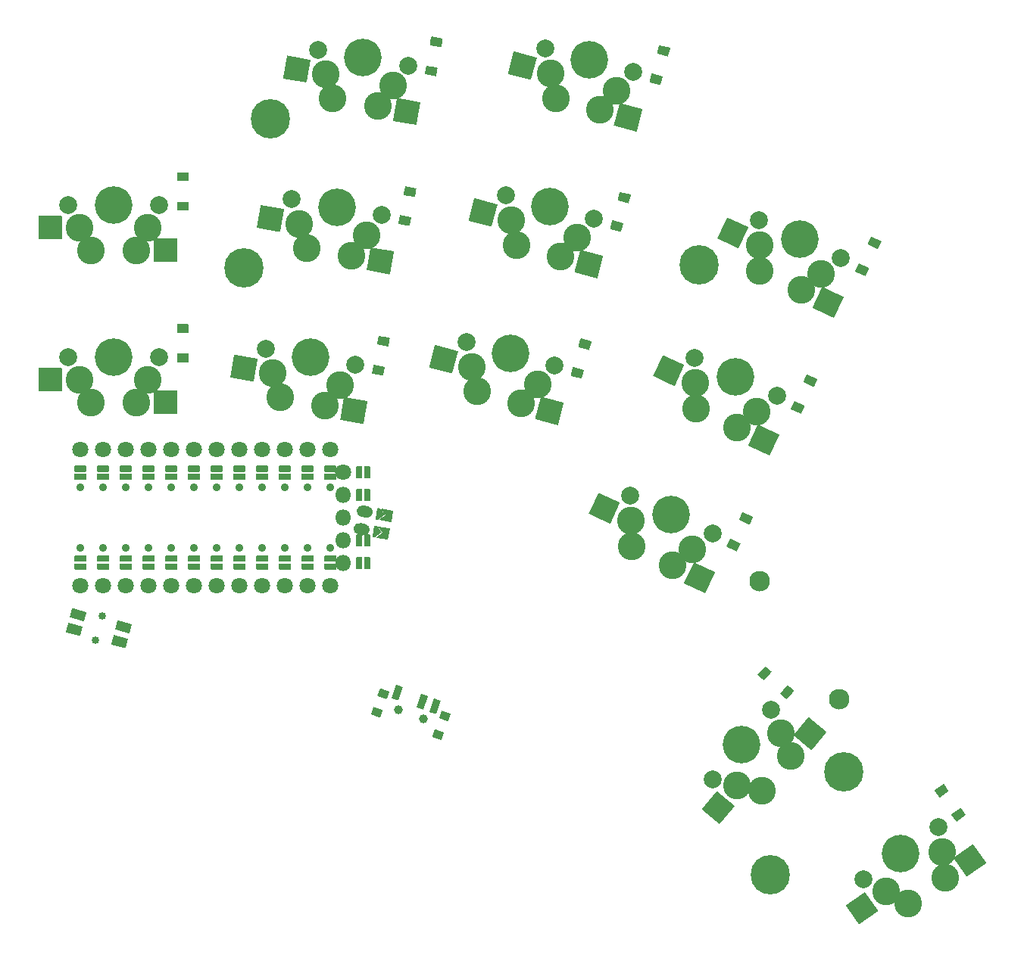
<source format=gts>
G04 #@! TF.GenerationSoftware,KiCad,Pcbnew,8.0.8+1*
G04 #@! TF.CreationDate,2025-05-19T02:25:48+00:00*
G04 #@! TF.ProjectId,mearchlar_wireless,6d656172-6368-46c6-9172-5f776972656c,0.2*
G04 #@! TF.SameCoordinates,Original*
G04 #@! TF.FileFunction,Soldermask,Top*
G04 #@! TF.FilePolarity,Negative*
%FSLAX46Y46*%
G04 Gerber Fmt 4.6, Leading zero omitted, Abs format (unit mm)*
G04 Created by KiCad (PCBNEW 8.0.8+1) date 2025-05-19 02:25:48*
%MOMM*%
%LPD*%
G01*
G04 APERTURE LIST*
%ADD10C,2.300000*%
%ADD11C,4.400000*%
%ADD12C,4.200000*%
%ADD13C,2.000000*%
%ADD14C,3.100000*%
%ADD15C,1.800000*%
%ADD16C,0.900000*%
%ADD17O,1.800000X1.800000*%
%ADD18C,1.000000*%
%ADD19C,0.850000*%
G04 APERTURE END LIST*
D10*
X172235175Y-108066691D03*
X181134590Y-121285220D03*
D11*
X117564759Y-56324569D03*
X114612740Y-73066301D03*
X165426557Y-72684179D03*
X173428752Y-140971233D03*
X181636504Y-129430307D03*
D12*
X100000000Y-83000000D03*
D13*
X94920000Y-83000000D03*
X105080000Y-83000000D03*
D14*
X97460000Y-88080000D03*
X103810000Y-85540000D03*
D12*
X100000000Y-66000000D03*
D13*
X94920000Y-66000000D03*
X105080000Y-66000000D03*
D14*
X97460000Y-71080000D03*
X103810000Y-68540000D03*
D12*
X122000000Y-83000000D03*
D13*
X116997177Y-82117867D03*
X127002823Y-83882133D03*
D14*
X118616456Y-87561757D03*
X125311051Y-86163011D03*
D12*
X124952019Y-66258268D03*
D13*
X119949196Y-65376135D03*
X129954842Y-67140401D03*
D14*
X121568475Y-70820025D03*
X128263070Y-69421279D03*
D12*
X127904038Y-49516536D03*
D13*
X122901215Y-48634403D03*
X132906861Y-50398669D03*
D14*
X124520494Y-54078293D03*
X131215089Y-52679547D03*
D12*
X144403775Y-82634827D03*
D13*
X139496872Y-81320026D03*
X149310678Y-83949628D03*
D14*
X140635523Y-86884330D03*
X147426552Y-86074379D03*
D12*
X148803699Y-66214088D03*
D13*
X143896796Y-64899287D03*
X153710602Y-67528889D03*
D14*
X145035447Y-70463591D03*
X151826476Y-69653640D03*
D12*
X153203623Y-49793349D03*
D13*
X148296720Y-48478548D03*
X158110526Y-51108150D03*
D14*
X149435371Y-54042852D03*
X156226400Y-53232901D03*
D12*
X162354201Y-100644400D03*
D13*
X157750157Y-98497499D03*
X166958245Y-102791301D03*
D14*
X157905278Y-104174993D03*
X164733783Y-104556597D03*
D12*
X169538711Y-85237168D03*
D13*
X164934667Y-83090267D03*
X174142755Y-87384069D03*
D14*
X165089788Y-88767761D03*
X171918293Y-89149365D03*
D12*
X176723222Y-69829935D03*
D13*
X172119178Y-67683034D03*
X181327266Y-71976836D03*
D14*
X172274299Y-73360528D03*
X179102804Y-73742132D03*
D12*
X170215376Y-126377685D03*
D13*
X166950015Y-130269191D03*
X173480737Y-122486179D03*
D14*
X172474201Y-131588799D03*
X174610150Y-125091736D03*
D12*
X188020983Y-138548289D03*
D13*
X183859691Y-141462057D03*
X192182275Y-135634521D03*
D14*
X188854105Y-144166466D03*
X192598836Y-138443609D03*
D12*
X100000000Y-83000000D03*
D13*
X94920000Y-83000000D03*
X105080000Y-83000000D03*
D14*
X102540000Y-88080000D03*
X96190000Y-85540000D03*
G36*
G01*
X94240000Y-84290000D02*
X94240000Y-86790000D01*
G75*
G02*
X94190000Y-86840000I-50000J0D01*
G01*
X91640000Y-86840000D01*
G75*
G02*
X91590000Y-86790000I0J50000D01*
G01*
X91590000Y-84290000D01*
G75*
G02*
X91640000Y-84240000I50000J0D01*
G01*
X94190000Y-84240000D01*
G75*
G02*
X94240000Y-84290000I0J-50000D01*
G01*
G37*
G36*
G01*
X107167000Y-86830000D02*
X107167000Y-89330000D01*
G75*
G02*
X107117000Y-89380000I-50000J0D01*
G01*
X104567000Y-89380000D01*
G75*
G02*
X104517000Y-89330000I0J50000D01*
G01*
X104517000Y-86830000D01*
G75*
G02*
X104567000Y-86780000I50000J0D01*
G01*
X107117000Y-86780000D01*
G75*
G02*
X107167000Y-86830000I0J-50000D01*
G01*
G37*
D12*
X100000000Y-66000000D03*
D13*
X94920000Y-66000000D03*
X105080000Y-66000000D03*
D14*
X102540000Y-71080000D03*
X96190000Y-68540000D03*
G36*
G01*
X94240000Y-67290000D02*
X94240000Y-69790000D01*
G75*
G02*
X94190000Y-69840000I-50000J0D01*
G01*
X91640000Y-69840000D01*
G75*
G02*
X91590000Y-69790000I0J50000D01*
G01*
X91590000Y-67290000D01*
G75*
G02*
X91640000Y-67240000I50000J0D01*
G01*
X94190000Y-67240000D01*
G75*
G02*
X94240000Y-67290000I0J-50000D01*
G01*
G37*
G36*
G01*
X107167000Y-69830000D02*
X107167000Y-72330000D01*
G75*
G02*
X107117000Y-72380000I-50000J0D01*
G01*
X104567000Y-72380000D01*
G75*
G02*
X104517000Y-72330000I0J50000D01*
G01*
X104517000Y-69830000D01*
G75*
G02*
X104567000Y-69780000I50000J0D01*
G01*
X107117000Y-69780000D01*
G75*
G02*
X107167000Y-69830000I0J-50000D01*
G01*
G37*
D12*
X122000000Y-83000000D03*
D13*
X116997177Y-82117867D03*
X127002823Y-83882133D03*
D14*
X123619279Y-88443890D03*
X117806816Y-84839812D03*
G36*
G01*
X116103501Y-83270188D02*
X115669381Y-85732207D01*
G75*
G02*
X115611459Y-85772765I-49240J8682D01*
G01*
X113100199Y-85329962D01*
G75*
G02*
X113059641Y-85272040I8682J49240D01*
G01*
X113493761Y-82810021D01*
G75*
G02*
X113551683Y-82769463I49240J-8682D01*
G01*
X116062943Y-83212266D01*
G75*
G02*
X116103501Y-83270188I-8682J-49240D01*
G01*
G37*
G36*
G01*
X128393044Y-88016350D02*
X127958924Y-90478369D01*
G75*
G02*
X127901002Y-90518927I-49240J8682D01*
G01*
X125389742Y-90076124D01*
G75*
G02*
X125349184Y-90018202I8682J49240D01*
G01*
X125783304Y-87556183D01*
G75*
G02*
X125841226Y-87515625I49240J-8682D01*
G01*
X128352486Y-87958428D01*
G75*
G02*
X128393044Y-88016350I-8682J-49240D01*
G01*
G37*
D12*
X124952019Y-66258268D03*
D13*
X119949196Y-65376135D03*
X129954842Y-67140401D03*
D14*
X126571298Y-71702158D03*
X120758835Y-68098080D03*
G36*
G01*
X119055520Y-66528456D02*
X118621400Y-68990475D01*
G75*
G02*
X118563478Y-69031033I-49240J8682D01*
G01*
X116052218Y-68588230D01*
G75*
G02*
X116011660Y-68530308I8682J49240D01*
G01*
X116445780Y-66068289D01*
G75*
G02*
X116503702Y-66027731I49240J-8682D01*
G01*
X119014962Y-66470534D01*
G75*
G02*
X119055520Y-66528456I-8682J-49240D01*
G01*
G37*
G36*
G01*
X131345063Y-71274618D02*
X130910943Y-73736637D01*
G75*
G02*
X130853021Y-73777195I-49240J8682D01*
G01*
X128341761Y-73334392D01*
G75*
G02*
X128301203Y-73276470I8682J49240D01*
G01*
X128735323Y-70814451D01*
G75*
G02*
X128793245Y-70773893I49240J-8682D01*
G01*
X131304505Y-71216696D01*
G75*
G02*
X131345063Y-71274618I-8682J-49240D01*
G01*
G37*
D12*
X127904038Y-49516536D03*
D13*
X122901215Y-48634403D03*
X132906861Y-50398669D03*
D14*
X129523317Y-54960426D03*
X123710854Y-51356348D03*
G36*
G01*
X122007539Y-49786724D02*
X121573419Y-52248743D01*
G75*
G02*
X121515497Y-52289301I-49240J8682D01*
G01*
X119004237Y-51846498D01*
G75*
G02*
X118963679Y-51788576I8682J49240D01*
G01*
X119397799Y-49326557D01*
G75*
G02*
X119455721Y-49285999I49240J-8682D01*
G01*
X121966981Y-49728802D01*
G75*
G02*
X122007539Y-49786724I-8682J-49240D01*
G01*
G37*
G36*
G01*
X134297082Y-54532886D02*
X133862962Y-56994905D01*
G75*
G02*
X133805040Y-57035463I-49240J8682D01*
G01*
X131293780Y-56592660D01*
G75*
G02*
X131253222Y-56534738I8682J49240D01*
G01*
X131687342Y-54072719D01*
G75*
G02*
X131745264Y-54032161I49240J-8682D01*
G01*
X134256524Y-54474964D01*
G75*
G02*
X134297082Y-54532886I-8682J-49240D01*
G01*
G37*
D12*
X144403775Y-82634827D03*
D13*
X139496872Y-81320026D03*
X149310678Y-83949628D03*
D14*
X145542426Y-88199131D03*
X140066197Y-84102178D03*
G36*
G01*
X138506165Y-82390074D02*
X137859118Y-84804889D01*
G75*
G02*
X137797881Y-84840244I-48296J12941D01*
G01*
X135334770Y-84180255D01*
G75*
G02*
X135299415Y-84119018I12941J48296D01*
G01*
X135946462Y-81704203D01*
G75*
G02*
X136007699Y-81668848I48296J-12941D01*
G01*
X138470810Y-82328837D01*
G75*
G02*
X138506165Y-82390074I-12941J-48296D01*
G01*
G37*
G36*
G01*
X150335288Y-88189279D02*
X149688241Y-90604094D01*
G75*
G02*
X149627004Y-90639449I-48296J12941D01*
G01*
X147163893Y-89979460D01*
G75*
G02*
X147128538Y-89918223I12941J48296D01*
G01*
X147775585Y-87503408D01*
G75*
G02*
X147836822Y-87468053I48296J-12941D01*
G01*
X150299933Y-88128042D01*
G75*
G02*
X150335288Y-88189279I-12941J-48296D01*
G01*
G37*
D12*
X148803699Y-66214088D03*
D13*
X143896796Y-64899287D03*
X153710602Y-67528889D03*
D14*
X149942350Y-71778392D03*
X144466121Y-67681439D03*
G36*
G01*
X142906089Y-65969335D02*
X142259042Y-68384150D01*
G75*
G02*
X142197805Y-68419505I-48296J12941D01*
G01*
X139734694Y-67759516D01*
G75*
G02*
X139699339Y-67698279I12941J48296D01*
G01*
X140346386Y-65283464D01*
G75*
G02*
X140407623Y-65248109I48296J-12941D01*
G01*
X142870734Y-65908098D01*
G75*
G02*
X142906089Y-65969335I-12941J-48296D01*
G01*
G37*
G36*
G01*
X154735212Y-71768540D02*
X154088165Y-74183355D01*
G75*
G02*
X154026928Y-74218710I-48296J12941D01*
G01*
X151563817Y-73558721D01*
G75*
G02*
X151528462Y-73497484I12941J48296D01*
G01*
X152175509Y-71082669D01*
G75*
G02*
X152236746Y-71047314I48296J-12941D01*
G01*
X154699857Y-71707303D01*
G75*
G02*
X154735212Y-71768540I-12941J-48296D01*
G01*
G37*
D12*
X153203623Y-49793349D03*
D13*
X148296720Y-48478548D03*
X158110526Y-51108150D03*
D14*
X154342274Y-55357653D03*
X148866045Y-51260700D03*
G36*
G01*
X147306013Y-49548596D02*
X146658966Y-51963411D01*
G75*
G02*
X146597729Y-51998766I-48296J12941D01*
G01*
X144134618Y-51338777D01*
G75*
G02*
X144099263Y-51277540I12941J48296D01*
G01*
X144746310Y-48862725D01*
G75*
G02*
X144807547Y-48827370I48296J-12941D01*
G01*
X147270658Y-49487359D01*
G75*
G02*
X147306013Y-49548596I-12941J-48296D01*
G01*
G37*
G36*
G01*
X159135136Y-55347801D02*
X158488089Y-57762616D01*
G75*
G02*
X158426852Y-57797971I-48296J12941D01*
G01*
X155963741Y-57137982D01*
G75*
G02*
X155928386Y-57076745I12941J48296D01*
G01*
X156575433Y-54661930D01*
G75*
G02*
X156636670Y-54626575I48296J-12941D01*
G01*
X159099781Y-55286564D01*
G75*
G02*
X159135136Y-55347801I-12941J-48296D01*
G01*
G37*
D12*
X162354201Y-100644400D03*
D13*
X157750157Y-98497499D03*
X166958245Y-102791301D03*
D14*
X162509322Y-106321894D03*
X157827718Y-101336246D03*
G36*
G01*
X156588690Y-99379256D02*
X155532145Y-101645025D01*
G75*
G02*
X155465699Y-101669209I-45315J21131D01*
G01*
X153154614Y-100591532D01*
G75*
G02*
X153130430Y-100525086I21131J45315D01*
G01*
X154186975Y-98259317D01*
G75*
G02*
X154253421Y-98235133I45315J-21131D01*
G01*
X156564506Y-99312810D01*
G75*
G02*
X156588690Y-99379256I-21131J-45315D01*
G01*
G37*
G36*
G01*
X167231080Y-107144464D02*
X166174535Y-109410233D01*
G75*
G02*
X166108089Y-109434417I-45315J21131D01*
G01*
X163797004Y-108356740D01*
G75*
G02*
X163772820Y-108290294I21131J45315D01*
G01*
X164829365Y-106024525D01*
G75*
G02*
X164895811Y-106000341I45315J-21131D01*
G01*
X167206896Y-107078018D01*
G75*
G02*
X167231080Y-107144464I-21131J-45315D01*
G01*
G37*
D12*
X169538711Y-85237168D03*
D13*
X164934667Y-83090267D03*
X174142755Y-87384069D03*
D14*
X169693832Y-90914662D03*
X165012228Y-85929014D03*
G36*
G01*
X163773200Y-83972024D02*
X162716655Y-86237793D01*
G75*
G02*
X162650209Y-86261977I-45315J21131D01*
G01*
X160339124Y-85184300D01*
G75*
G02*
X160314940Y-85117854I21131J45315D01*
G01*
X161371485Y-82852085D01*
G75*
G02*
X161437931Y-82827901I45315J-21131D01*
G01*
X163749016Y-83905578D01*
G75*
G02*
X163773200Y-83972024I-21131J-45315D01*
G01*
G37*
G36*
G01*
X174415590Y-91737232D02*
X173359045Y-94003001D01*
G75*
G02*
X173292599Y-94027185I-45315J21131D01*
G01*
X170981514Y-92949508D01*
G75*
G02*
X170957330Y-92883062I21131J45315D01*
G01*
X172013875Y-90617293D01*
G75*
G02*
X172080321Y-90593109I45315J-21131D01*
G01*
X174391406Y-91670786D01*
G75*
G02*
X174415590Y-91737232I-21131J-45315D01*
G01*
G37*
D12*
X176723222Y-69829935D03*
D13*
X172119178Y-67683034D03*
X181327266Y-71976836D03*
D14*
X176878343Y-75507429D03*
X172196739Y-70521781D03*
G36*
G01*
X170957711Y-68564791D02*
X169901166Y-70830560D01*
G75*
G02*
X169834720Y-70854744I-45315J21131D01*
G01*
X167523635Y-69777067D01*
G75*
G02*
X167499451Y-69710621I21131J45315D01*
G01*
X168555996Y-67444852D01*
G75*
G02*
X168622442Y-67420668I45315J-21131D01*
G01*
X170933527Y-68498345D01*
G75*
G02*
X170957711Y-68564791I-21131J-45315D01*
G01*
G37*
G36*
G01*
X181600101Y-76329999D02*
X180543556Y-78595768D01*
G75*
G02*
X180477110Y-78619952I-45315J21131D01*
G01*
X178166025Y-77542275D01*
G75*
G02*
X178141841Y-77475829I21131J45315D01*
G01*
X179198386Y-75210060D01*
G75*
G02*
X179264832Y-75185876I45315J-21131D01*
G01*
X181575917Y-76263553D01*
G75*
G02*
X181600101Y-76329999I-21131J-45315D01*
G01*
G37*
D12*
X170215376Y-126377685D03*
D13*
X166950015Y-130269191D03*
X173480737Y-122486179D03*
D14*
X175739562Y-127697293D03*
X169712108Y-130928995D03*
G36*
G01*
X167501117Y-131619297D02*
X169416228Y-133226266D01*
G75*
G02*
X169422391Y-133296707I-32139J-38302D01*
G01*
X167783282Y-135250120D01*
G75*
G02*
X167712841Y-135256283I-38302J32139D01*
G01*
X165797730Y-133649314D01*
G75*
G02*
X165791567Y-133578873I32139J38302D01*
G01*
X167430676Y-131625460D01*
G75*
G02*
X167501117Y-131619297I38302J-32139D01*
G01*
G37*
G36*
G01*
X177756185Y-123349321D02*
X179671296Y-124956290D01*
G75*
G02*
X179677459Y-125026731I-32139J-38302D01*
G01*
X178038350Y-126980144D01*
G75*
G02*
X177967909Y-126986307I-38302J32139D01*
G01*
X176052798Y-125379338D01*
G75*
G02*
X176046635Y-125308897I32139J38302D01*
G01*
X177685744Y-123355484D01*
G75*
G02*
X177756185Y-123349321I38302J-32139D01*
G01*
G37*
D12*
X188020983Y-138548289D03*
D13*
X183859691Y-141462057D03*
X192182275Y-135634521D03*
D14*
X193015397Y-141252697D03*
X186356898Y-142814261D03*
G36*
G01*
X184042581Y-142908795D02*
X185476522Y-144956675D01*
G75*
G02*
X185464243Y-145026312I-40958J-28679D01*
G01*
X183375406Y-146488932D01*
G75*
G02*
X183305769Y-146476653I-28679J40958D01*
G01*
X181871828Y-144428773D01*
G75*
G02*
X181884107Y-144359136I40958J28679D01*
G01*
X183972944Y-142896516D01*
G75*
G02*
X184042581Y-142908795I28679J-40958D01*
G01*
G37*
G36*
G01*
X196088644Y-137574819D02*
X197522585Y-139622699D01*
G75*
G02*
X197510306Y-139692336I-40958J-28679D01*
G01*
X195421469Y-141154956D01*
G75*
G02*
X195351832Y-141142677I-28679J40958D01*
G01*
X193917891Y-139094797D01*
G75*
G02*
X193930170Y-139025160I40958J28679D01*
G01*
X196019007Y-137562540D01*
G75*
G02*
X196088644Y-137574819I28679J-40958D01*
G01*
G37*
G36*
G01*
X107150000Y-79350000D02*
X108350000Y-79350000D01*
G75*
G02*
X108400000Y-79400000I0J-50000D01*
G01*
X108400000Y-80300000D01*
G75*
G02*
X108350000Y-80350000I-50000J0D01*
G01*
X107150000Y-80350000D01*
G75*
G02*
X107100000Y-80300000I0J50000D01*
G01*
X107100000Y-79400000D01*
G75*
G02*
X107150000Y-79350000I50000J0D01*
G01*
G37*
G36*
G01*
X107150000Y-82650000D02*
X108350000Y-82650000D01*
G75*
G02*
X108400000Y-82700000I0J-50000D01*
G01*
X108400000Y-83600000D01*
G75*
G02*
X108350000Y-83650000I-50000J0D01*
G01*
X107150000Y-83650000D01*
G75*
G02*
X107100000Y-83600000I0J50000D01*
G01*
X107100000Y-82700000D01*
G75*
G02*
X107150000Y-82650000I50000J0D01*
G01*
G37*
G36*
G01*
X107150000Y-62350000D02*
X108350000Y-62350000D01*
G75*
G02*
X108400000Y-62400000I0J-50000D01*
G01*
X108400000Y-63300000D01*
G75*
G02*
X108350000Y-63350000I-50000J0D01*
G01*
X107150000Y-63350000D01*
G75*
G02*
X107100000Y-63300000I0J50000D01*
G01*
X107100000Y-62400000D01*
G75*
G02*
X107150000Y-62350000I50000J0D01*
G01*
G37*
G36*
G01*
X107150000Y-65650000D02*
X108350000Y-65650000D01*
G75*
G02*
X108400000Y-65700000I0J-50000D01*
G01*
X108400000Y-66600000D01*
G75*
G02*
X108350000Y-66650000I-50000J0D01*
G01*
X107150000Y-66650000D01*
G75*
G02*
X107100000Y-66600000I0J50000D01*
G01*
X107100000Y-65700000D01*
G75*
G02*
X107150000Y-65650000I50000J0D01*
G01*
G37*
G36*
G01*
X129675190Y-80647037D02*
X130856959Y-80855414D01*
G75*
G02*
X130897517Y-80913336I-8682J-49240D01*
G01*
X130741234Y-81799663D01*
G75*
G02*
X130683312Y-81840221I-49240J8682D01*
G01*
X129501543Y-81631844D01*
G75*
G02*
X129460985Y-81573922I8682J49240D01*
G01*
X129617268Y-80687595D01*
G75*
G02*
X129675190Y-80647037I49240J-8682D01*
G01*
G37*
G36*
G01*
X129102152Y-83896903D02*
X130283921Y-84105280D01*
G75*
G02*
X130324479Y-84163202I-8682J-49240D01*
G01*
X130168196Y-85049529D01*
G75*
G02*
X130110274Y-85090087I-49240J8682D01*
G01*
X128928505Y-84881710D01*
G75*
G02*
X128887947Y-84823788I8682J49240D01*
G01*
X129044230Y-83937461D01*
G75*
G02*
X129102152Y-83896903I49240J-8682D01*
G01*
G37*
G36*
G01*
X132627209Y-63905305D02*
X133808978Y-64113682D01*
G75*
G02*
X133849536Y-64171604I-8682J-49240D01*
G01*
X133693253Y-65057931D01*
G75*
G02*
X133635331Y-65098489I-49240J8682D01*
G01*
X132453562Y-64890112D01*
G75*
G02*
X132413004Y-64832190I8682J49240D01*
G01*
X132569287Y-63945863D01*
G75*
G02*
X132627209Y-63905305I49240J-8682D01*
G01*
G37*
G36*
G01*
X132054171Y-67155171D02*
X133235940Y-67363548D01*
G75*
G02*
X133276498Y-67421470I-8682J-49240D01*
G01*
X133120215Y-68307797D01*
G75*
G02*
X133062293Y-68348355I-49240J8682D01*
G01*
X131880524Y-68139978D01*
G75*
G02*
X131839966Y-68082056I8682J49240D01*
G01*
X131996249Y-67195729D01*
G75*
G02*
X132054171Y-67155171I49240J-8682D01*
G01*
G37*
G36*
G01*
X135579228Y-47163573D02*
X136760997Y-47371950D01*
G75*
G02*
X136801555Y-47429872I-8682J-49240D01*
G01*
X136645272Y-48316199D01*
G75*
G02*
X136587350Y-48356757I-49240J8682D01*
G01*
X135405581Y-48148380D01*
G75*
G02*
X135365023Y-48090458I8682J49240D01*
G01*
X135521306Y-47204131D01*
G75*
G02*
X135579228Y-47163573I49240J-8682D01*
G01*
G37*
G36*
G01*
X135006190Y-50413439D02*
X136187959Y-50621816D01*
G75*
G02*
X136228517Y-50679738I-8682J-49240D01*
G01*
X136072234Y-51566065D01*
G75*
G02*
X136014312Y-51606623I-49240J8682D01*
G01*
X134832543Y-51398246D01*
G75*
G02*
X134791985Y-51340324I8682J49240D01*
G01*
X134948268Y-50453997D01*
G75*
G02*
X135006190Y-50413439I49240J-8682D01*
G01*
G37*
G36*
G01*
X152254834Y-80959754D02*
X153413945Y-81270337D01*
G75*
G02*
X153449300Y-81331574I-12941J-48296D01*
G01*
X153216363Y-82200907D01*
G75*
G02*
X153155126Y-82236262I-48296J12941D01*
G01*
X151996015Y-81925679D01*
G75*
G02*
X151960660Y-81864442I12941J48296D01*
G01*
X152193597Y-80995109D01*
G75*
G02*
X152254834Y-80959754I48296J-12941D01*
G01*
G37*
G36*
G01*
X151400732Y-84147310D02*
X152559843Y-84457893D01*
G75*
G02*
X152595198Y-84519130I-12941J-48296D01*
G01*
X152362261Y-85388463D01*
G75*
G02*
X152301024Y-85423818I-48296J12941D01*
G01*
X151141913Y-85113235D01*
G75*
G02*
X151106558Y-85051998I12941J48296D01*
G01*
X151339495Y-84182665D01*
G75*
G02*
X151400732Y-84147310I48296J-12941D01*
G01*
G37*
G36*
G01*
X156654758Y-64539015D02*
X157813869Y-64849598D01*
G75*
G02*
X157849224Y-64910835I-12941J-48296D01*
G01*
X157616287Y-65780168D01*
G75*
G02*
X157555050Y-65815523I-48296J12941D01*
G01*
X156395939Y-65504940D01*
G75*
G02*
X156360584Y-65443703I12941J48296D01*
G01*
X156593521Y-64574370D01*
G75*
G02*
X156654758Y-64539015I48296J-12941D01*
G01*
G37*
G36*
G01*
X155800656Y-67726571D02*
X156959767Y-68037154D01*
G75*
G02*
X156995122Y-68098391I-12941J-48296D01*
G01*
X156762185Y-68967724D01*
G75*
G02*
X156700948Y-69003079I-48296J12941D01*
G01*
X155541837Y-68692496D01*
G75*
G02*
X155506482Y-68631259I12941J48296D01*
G01*
X155739419Y-67761926D01*
G75*
G02*
X155800656Y-67726571I48296J-12941D01*
G01*
G37*
G36*
G01*
X161054682Y-48118276D02*
X162213793Y-48428859D01*
G75*
G02*
X162249148Y-48490096I-12941J-48296D01*
G01*
X162016211Y-49359429D01*
G75*
G02*
X161954974Y-49394784I-48296J12941D01*
G01*
X160795863Y-49084201D01*
G75*
G02*
X160760508Y-49022964I12941J48296D01*
G01*
X160993445Y-48153631D01*
G75*
G02*
X161054682Y-48118276I48296J-12941D01*
G01*
G37*
G36*
G01*
X160200580Y-51305832D02*
X161359691Y-51616415D01*
G75*
G02*
X161395046Y-51677652I-12941J-48296D01*
G01*
X161162109Y-52546985D01*
G75*
G02*
X161100872Y-52582340I-48296J12941D01*
G01*
X159941761Y-52271757D01*
G75*
G02*
X159906406Y-52210520I12941J48296D01*
G01*
X160139343Y-51341187D01*
G75*
G02*
X160200580Y-51305832I48296J-12941D01*
G01*
G37*
G36*
G01*
X170376858Y-100358098D02*
X171464427Y-100865239D01*
G75*
G02*
X171488611Y-100931685I-21131J-45315D01*
G01*
X171108254Y-101747362D01*
G75*
G02*
X171041808Y-101771546I-45315J21131D01*
G01*
X169954239Y-101264405D01*
G75*
G02*
X169930055Y-101197959I21131J45315D01*
G01*
X170310412Y-100382282D01*
G75*
G02*
X170376858Y-100358098I45315J-21131D01*
G01*
G37*
G36*
G01*
X168982218Y-103348914D02*
X170069787Y-103856055D01*
G75*
G02*
X170093971Y-103922501I-21131J-45315D01*
G01*
X169713614Y-104738178D01*
G75*
G02*
X169647168Y-104762362I-45315J21131D01*
G01*
X168559599Y-104255221D01*
G75*
G02*
X168535415Y-104188775I21131J45315D01*
G01*
X168915772Y-103373098D01*
G75*
G02*
X168982218Y-103348914I45315J-21131D01*
G01*
G37*
G36*
G01*
X177561369Y-84950866D02*
X178648938Y-85458007D01*
G75*
G02*
X178673122Y-85524453I-21131J-45315D01*
G01*
X178292765Y-86340130D01*
G75*
G02*
X178226319Y-86364314I-45315J21131D01*
G01*
X177138750Y-85857173D01*
G75*
G02*
X177114566Y-85790727I21131J45315D01*
G01*
X177494923Y-84975050D01*
G75*
G02*
X177561369Y-84950866I45315J-21131D01*
G01*
G37*
G36*
G01*
X176166729Y-87941682D02*
X177254298Y-88448823D01*
G75*
G02*
X177278482Y-88515269I-21131J-45315D01*
G01*
X176898125Y-89330946D01*
G75*
G02*
X176831679Y-89355130I-45315J21131D01*
G01*
X175744110Y-88847989D01*
G75*
G02*
X175719926Y-88781543I21131J45315D01*
G01*
X176100283Y-87965866D01*
G75*
G02*
X176166729Y-87941682I45315J-21131D01*
G01*
G37*
G36*
G01*
X184745879Y-69543633D02*
X185833448Y-70050774D01*
G75*
G02*
X185857632Y-70117220I-21131J-45315D01*
G01*
X185477275Y-70932897D01*
G75*
G02*
X185410829Y-70957081I-45315J21131D01*
G01*
X184323260Y-70449940D01*
G75*
G02*
X184299076Y-70383494I21131J45315D01*
G01*
X184679433Y-69567817D01*
G75*
G02*
X184745879Y-69543633I45315J-21131D01*
G01*
G37*
G36*
G01*
X183351239Y-72534449D02*
X184438808Y-73041590D01*
G75*
G02*
X184462992Y-73108036I-21131J-45315D01*
G01*
X184082635Y-73923713D01*
G75*
G02*
X184016189Y-73947897I-45315J21131D01*
G01*
X182928620Y-73440756D01*
G75*
G02*
X182904436Y-73374310I21131J45315D01*
G01*
X183284793Y-72558633D01*
G75*
G02*
X183351239Y-72534449I45315J-21131D01*
G01*
G37*
G36*
G01*
X172015245Y-118554292D02*
X172786591Y-117635039D01*
G75*
G02*
X172857032Y-117628876I38302J-32139D01*
G01*
X173546472Y-118207385D01*
G75*
G02*
X173552635Y-118277826I-32139J-38302D01*
G01*
X172781289Y-119197079D01*
G75*
G02*
X172710848Y-119203242I-38302J32139D01*
G01*
X172021408Y-118624733D01*
G75*
G02*
X172015245Y-118554292I32139J38302D01*
G01*
G37*
G36*
G01*
X174543191Y-120675492D02*
X175314537Y-119756239D01*
G75*
G02*
X175384978Y-119750076I38302J-32139D01*
G01*
X176074418Y-120328585D01*
G75*
G02*
X176080581Y-120399026I-32139J-38302D01*
G01*
X175309235Y-121318279D01*
G75*
G02*
X175238794Y-121324442I-38302J32139D01*
G01*
X174549354Y-120745933D01*
G75*
G02*
X174543191Y-120675492I32139J38302D01*
G01*
G37*
G36*
G01*
X191784366Y-131457311D02*
X192767349Y-130769020D01*
G75*
G02*
X192836986Y-130781299I28679J-40958D01*
G01*
X193353205Y-131518536D01*
G75*
G02*
X193340926Y-131588173I-40958J-28679D01*
G01*
X192357943Y-132276464D01*
G75*
G02*
X192288306Y-132264185I-28679J40958D01*
G01*
X191772087Y-131526948D01*
G75*
G02*
X191784366Y-131457311I40958J28679D01*
G01*
G37*
G36*
G01*
X193677168Y-134160513D02*
X194660151Y-133472222D01*
G75*
G02*
X194729788Y-133484501I28679J-40958D01*
G01*
X195246007Y-134221738D01*
G75*
G02*
X195233728Y-134291375I-40958J-28679D01*
G01*
X194250745Y-134979666D01*
G75*
G02*
X194181108Y-134967387I-28679J40958D01*
G01*
X193664889Y-134230150D01*
G75*
G02*
X193677168Y-134160513I40958J28679D01*
G01*
G37*
D15*
X96300000Y-108620000D03*
X96300000Y-93380000D03*
D16*
X96300000Y-104400000D03*
X96300000Y-97600000D03*
G36*
G01*
X96900000Y-106830000D02*
X95700000Y-106830000D01*
G75*
G02*
X95650000Y-106780000I0J50000D01*
G01*
X95650000Y-106180000D01*
G75*
G02*
X95700000Y-106130000I50000J0D01*
G01*
X96900000Y-106130000D01*
G75*
G02*
X96950000Y-106180000I0J-50000D01*
G01*
X96950000Y-106780000D01*
G75*
G02*
X96900000Y-106830000I-50000J0D01*
G01*
G37*
G36*
G01*
X96900000Y-105930000D02*
X95700000Y-105930000D01*
G75*
G02*
X95650000Y-105880000I0J50000D01*
G01*
X95650000Y-105280000D01*
G75*
G02*
X95700000Y-105230000I50000J0D01*
G01*
X96900000Y-105230000D01*
G75*
G02*
X96950000Y-105280000I0J-50000D01*
G01*
X96950000Y-105880000D01*
G75*
G02*
X96900000Y-105930000I-50000J0D01*
G01*
G37*
G36*
G01*
X96900000Y-96770000D02*
X95700000Y-96770000D01*
G75*
G02*
X95650000Y-96720000I0J50000D01*
G01*
X95650000Y-96120000D01*
G75*
G02*
X95700000Y-96070000I50000J0D01*
G01*
X96900000Y-96070000D01*
G75*
G02*
X96950000Y-96120000I0J-50000D01*
G01*
X96950000Y-96720000D01*
G75*
G02*
X96900000Y-96770000I-50000J0D01*
G01*
G37*
G36*
G01*
X96900000Y-95870000D02*
X95700000Y-95870000D01*
G75*
G02*
X95650000Y-95820000I0J50000D01*
G01*
X95650000Y-95220000D01*
G75*
G02*
X95700000Y-95170000I50000J0D01*
G01*
X96900000Y-95170000D01*
G75*
G02*
X96950000Y-95220000I0J-50000D01*
G01*
X96950000Y-95820000D01*
G75*
G02*
X96900000Y-95870000I-50000J0D01*
G01*
G37*
D15*
X98840000Y-108620000D03*
X98840000Y-93380000D03*
D16*
X98840000Y-104400000D03*
X98840000Y-97600000D03*
G36*
G01*
X99440000Y-106830000D02*
X98240000Y-106830000D01*
G75*
G02*
X98190000Y-106780000I0J50000D01*
G01*
X98190000Y-106180000D01*
G75*
G02*
X98240000Y-106130000I50000J0D01*
G01*
X99440000Y-106130000D01*
G75*
G02*
X99490000Y-106180000I0J-50000D01*
G01*
X99490000Y-106780000D01*
G75*
G02*
X99440000Y-106830000I-50000J0D01*
G01*
G37*
G36*
G01*
X99440000Y-105930000D02*
X98240000Y-105930000D01*
G75*
G02*
X98190000Y-105880000I0J50000D01*
G01*
X98190000Y-105280000D01*
G75*
G02*
X98240000Y-105230000I50000J0D01*
G01*
X99440000Y-105230000D01*
G75*
G02*
X99490000Y-105280000I0J-50000D01*
G01*
X99490000Y-105880000D01*
G75*
G02*
X99440000Y-105930000I-50000J0D01*
G01*
G37*
G36*
G01*
X99440000Y-96770000D02*
X98240000Y-96770000D01*
G75*
G02*
X98190000Y-96720000I0J50000D01*
G01*
X98190000Y-96120000D01*
G75*
G02*
X98240000Y-96070000I50000J0D01*
G01*
X99440000Y-96070000D01*
G75*
G02*
X99490000Y-96120000I0J-50000D01*
G01*
X99490000Y-96720000D01*
G75*
G02*
X99440000Y-96770000I-50000J0D01*
G01*
G37*
G36*
G01*
X99440000Y-95870000D02*
X98240000Y-95870000D01*
G75*
G02*
X98190000Y-95820000I0J50000D01*
G01*
X98190000Y-95220000D01*
G75*
G02*
X98240000Y-95170000I50000J0D01*
G01*
X99440000Y-95170000D01*
G75*
G02*
X99490000Y-95220000I0J-50000D01*
G01*
X99490000Y-95820000D01*
G75*
G02*
X99440000Y-95870000I-50000J0D01*
G01*
G37*
D15*
X101380000Y-108620000D03*
X101380000Y-93380000D03*
D16*
X101380000Y-104400000D03*
X101380000Y-97600000D03*
G36*
G01*
X101980000Y-106830000D02*
X100780000Y-106830000D01*
G75*
G02*
X100730000Y-106780000I0J50000D01*
G01*
X100730000Y-106180000D01*
G75*
G02*
X100780000Y-106130000I50000J0D01*
G01*
X101980000Y-106130000D01*
G75*
G02*
X102030000Y-106180000I0J-50000D01*
G01*
X102030000Y-106780000D01*
G75*
G02*
X101980000Y-106830000I-50000J0D01*
G01*
G37*
G36*
G01*
X101980000Y-105930000D02*
X100780000Y-105930000D01*
G75*
G02*
X100730000Y-105880000I0J50000D01*
G01*
X100730000Y-105280000D01*
G75*
G02*
X100780000Y-105230000I50000J0D01*
G01*
X101980000Y-105230000D01*
G75*
G02*
X102030000Y-105280000I0J-50000D01*
G01*
X102030000Y-105880000D01*
G75*
G02*
X101980000Y-105930000I-50000J0D01*
G01*
G37*
G36*
G01*
X101980000Y-96770000D02*
X100780000Y-96770000D01*
G75*
G02*
X100730000Y-96720000I0J50000D01*
G01*
X100730000Y-96120000D01*
G75*
G02*
X100780000Y-96070000I50000J0D01*
G01*
X101980000Y-96070000D01*
G75*
G02*
X102030000Y-96120000I0J-50000D01*
G01*
X102030000Y-96720000D01*
G75*
G02*
X101980000Y-96770000I-50000J0D01*
G01*
G37*
G36*
G01*
X101980000Y-95870000D02*
X100780000Y-95870000D01*
G75*
G02*
X100730000Y-95820000I0J50000D01*
G01*
X100730000Y-95220000D01*
G75*
G02*
X100780000Y-95170000I50000J0D01*
G01*
X101980000Y-95170000D01*
G75*
G02*
X102030000Y-95220000I0J-50000D01*
G01*
X102030000Y-95820000D01*
G75*
G02*
X101980000Y-95870000I-50000J0D01*
G01*
G37*
D15*
X103920000Y-108620000D03*
X103920000Y-93380000D03*
D16*
X103920000Y-104400000D03*
X103920000Y-97600000D03*
G36*
G01*
X104520000Y-106830000D02*
X103320000Y-106830000D01*
G75*
G02*
X103270000Y-106780000I0J50000D01*
G01*
X103270000Y-106180000D01*
G75*
G02*
X103320000Y-106130000I50000J0D01*
G01*
X104520000Y-106130000D01*
G75*
G02*
X104570000Y-106180000I0J-50000D01*
G01*
X104570000Y-106780000D01*
G75*
G02*
X104520000Y-106830000I-50000J0D01*
G01*
G37*
G36*
G01*
X104520000Y-105930000D02*
X103320000Y-105930000D01*
G75*
G02*
X103270000Y-105880000I0J50000D01*
G01*
X103270000Y-105280000D01*
G75*
G02*
X103320000Y-105230000I50000J0D01*
G01*
X104520000Y-105230000D01*
G75*
G02*
X104570000Y-105280000I0J-50000D01*
G01*
X104570000Y-105880000D01*
G75*
G02*
X104520000Y-105930000I-50000J0D01*
G01*
G37*
G36*
G01*
X104520000Y-96770000D02*
X103320000Y-96770000D01*
G75*
G02*
X103270000Y-96720000I0J50000D01*
G01*
X103270000Y-96120000D01*
G75*
G02*
X103320000Y-96070000I50000J0D01*
G01*
X104520000Y-96070000D01*
G75*
G02*
X104570000Y-96120000I0J-50000D01*
G01*
X104570000Y-96720000D01*
G75*
G02*
X104520000Y-96770000I-50000J0D01*
G01*
G37*
G36*
G01*
X104520000Y-95870000D02*
X103320000Y-95870000D01*
G75*
G02*
X103270000Y-95820000I0J50000D01*
G01*
X103270000Y-95220000D01*
G75*
G02*
X103320000Y-95170000I50000J0D01*
G01*
X104520000Y-95170000D01*
G75*
G02*
X104570000Y-95220000I0J-50000D01*
G01*
X104570000Y-95820000D01*
G75*
G02*
X104520000Y-95870000I-50000J0D01*
G01*
G37*
D15*
X106460000Y-108620000D03*
X106460000Y-93380000D03*
D16*
X106460000Y-104400000D03*
X106460000Y-97600000D03*
G36*
G01*
X107060000Y-106830000D02*
X105860000Y-106830000D01*
G75*
G02*
X105810000Y-106780000I0J50000D01*
G01*
X105810000Y-106180000D01*
G75*
G02*
X105860000Y-106130000I50000J0D01*
G01*
X107060000Y-106130000D01*
G75*
G02*
X107110000Y-106180000I0J-50000D01*
G01*
X107110000Y-106780000D01*
G75*
G02*
X107060000Y-106830000I-50000J0D01*
G01*
G37*
G36*
G01*
X107060000Y-105930000D02*
X105860000Y-105930000D01*
G75*
G02*
X105810000Y-105880000I0J50000D01*
G01*
X105810000Y-105280000D01*
G75*
G02*
X105860000Y-105230000I50000J0D01*
G01*
X107060000Y-105230000D01*
G75*
G02*
X107110000Y-105280000I0J-50000D01*
G01*
X107110000Y-105880000D01*
G75*
G02*
X107060000Y-105930000I-50000J0D01*
G01*
G37*
G36*
G01*
X107060000Y-96770000D02*
X105860000Y-96770000D01*
G75*
G02*
X105810000Y-96720000I0J50000D01*
G01*
X105810000Y-96120000D01*
G75*
G02*
X105860000Y-96070000I50000J0D01*
G01*
X107060000Y-96070000D01*
G75*
G02*
X107110000Y-96120000I0J-50000D01*
G01*
X107110000Y-96720000D01*
G75*
G02*
X107060000Y-96770000I-50000J0D01*
G01*
G37*
G36*
G01*
X107060000Y-95870000D02*
X105860000Y-95870000D01*
G75*
G02*
X105810000Y-95820000I0J50000D01*
G01*
X105810000Y-95220000D01*
G75*
G02*
X105860000Y-95170000I50000J0D01*
G01*
X107060000Y-95170000D01*
G75*
G02*
X107110000Y-95220000I0J-50000D01*
G01*
X107110000Y-95820000D01*
G75*
G02*
X107060000Y-95870000I-50000J0D01*
G01*
G37*
D15*
X109000000Y-108620000D03*
X109000000Y-93380000D03*
D16*
X109000000Y-104400000D03*
X109000000Y-97600000D03*
G36*
G01*
X109600000Y-106830000D02*
X108400000Y-106830000D01*
G75*
G02*
X108350000Y-106780000I0J50000D01*
G01*
X108350000Y-106180000D01*
G75*
G02*
X108400000Y-106130000I50000J0D01*
G01*
X109600000Y-106130000D01*
G75*
G02*
X109650000Y-106180000I0J-50000D01*
G01*
X109650000Y-106780000D01*
G75*
G02*
X109600000Y-106830000I-50000J0D01*
G01*
G37*
G36*
G01*
X109600000Y-105930000D02*
X108400000Y-105930000D01*
G75*
G02*
X108350000Y-105880000I0J50000D01*
G01*
X108350000Y-105280000D01*
G75*
G02*
X108400000Y-105230000I50000J0D01*
G01*
X109600000Y-105230000D01*
G75*
G02*
X109650000Y-105280000I0J-50000D01*
G01*
X109650000Y-105880000D01*
G75*
G02*
X109600000Y-105930000I-50000J0D01*
G01*
G37*
G36*
G01*
X109600000Y-96770000D02*
X108400000Y-96770000D01*
G75*
G02*
X108350000Y-96720000I0J50000D01*
G01*
X108350000Y-96120000D01*
G75*
G02*
X108400000Y-96070000I50000J0D01*
G01*
X109600000Y-96070000D01*
G75*
G02*
X109650000Y-96120000I0J-50000D01*
G01*
X109650000Y-96720000D01*
G75*
G02*
X109600000Y-96770000I-50000J0D01*
G01*
G37*
G36*
G01*
X109600000Y-95870000D02*
X108400000Y-95870000D01*
G75*
G02*
X108350000Y-95820000I0J50000D01*
G01*
X108350000Y-95220000D01*
G75*
G02*
X108400000Y-95170000I50000J0D01*
G01*
X109600000Y-95170000D01*
G75*
G02*
X109650000Y-95220000I0J-50000D01*
G01*
X109650000Y-95820000D01*
G75*
G02*
X109600000Y-95870000I-50000J0D01*
G01*
G37*
D15*
X111540000Y-108620000D03*
X111540000Y-93380000D03*
D16*
X111540000Y-104400000D03*
X111540000Y-97600000D03*
G36*
G01*
X112140000Y-106830000D02*
X110940000Y-106830000D01*
G75*
G02*
X110890000Y-106780000I0J50000D01*
G01*
X110890000Y-106180000D01*
G75*
G02*
X110940000Y-106130000I50000J0D01*
G01*
X112140000Y-106130000D01*
G75*
G02*
X112190000Y-106180000I0J-50000D01*
G01*
X112190000Y-106780000D01*
G75*
G02*
X112140000Y-106830000I-50000J0D01*
G01*
G37*
G36*
G01*
X112140000Y-105930000D02*
X110940000Y-105930000D01*
G75*
G02*
X110890000Y-105880000I0J50000D01*
G01*
X110890000Y-105280000D01*
G75*
G02*
X110940000Y-105230000I50000J0D01*
G01*
X112140000Y-105230000D01*
G75*
G02*
X112190000Y-105280000I0J-50000D01*
G01*
X112190000Y-105880000D01*
G75*
G02*
X112140000Y-105930000I-50000J0D01*
G01*
G37*
G36*
G01*
X112140000Y-96770000D02*
X110940000Y-96770000D01*
G75*
G02*
X110890000Y-96720000I0J50000D01*
G01*
X110890000Y-96120000D01*
G75*
G02*
X110940000Y-96070000I50000J0D01*
G01*
X112140000Y-96070000D01*
G75*
G02*
X112190000Y-96120000I0J-50000D01*
G01*
X112190000Y-96720000D01*
G75*
G02*
X112140000Y-96770000I-50000J0D01*
G01*
G37*
G36*
G01*
X112140000Y-95870000D02*
X110940000Y-95870000D01*
G75*
G02*
X110890000Y-95820000I0J50000D01*
G01*
X110890000Y-95220000D01*
G75*
G02*
X110940000Y-95170000I50000J0D01*
G01*
X112140000Y-95170000D01*
G75*
G02*
X112190000Y-95220000I0J-50000D01*
G01*
X112190000Y-95820000D01*
G75*
G02*
X112140000Y-95870000I-50000J0D01*
G01*
G37*
D15*
X114080000Y-108620000D03*
X114080000Y-93380000D03*
D16*
X114080000Y-104400000D03*
X114080000Y-97600000D03*
G36*
G01*
X114680000Y-106830000D02*
X113480000Y-106830000D01*
G75*
G02*
X113430000Y-106780000I0J50000D01*
G01*
X113430000Y-106180000D01*
G75*
G02*
X113480000Y-106130000I50000J0D01*
G01*
X114680000Y-106130000D01*
G75*
G02*
X114730000Y-106180000I0J-50000D01*
G01*
X114730000Y-106780000D01*
G75*
G02*
X114680000Y-106830000I-50000J0D01*
G01*
G37*
G36*
G01*
X114680000Y-105930000D02*
X113480000Y-105930000D01*
G75*
G02*
X113430000Y-105880000I0J50000D01*
G01*
X113430000Y-105280000D01*
G75*
G02*
X113480000Y-105230000I50000J0D01*
G01*
X114680000Y-105230000D01*
G75*
G02*
X114730000Y-105280000I0J-50000D01*
G01*
X114730000Y-105880000D01*
G75*
G02*
X114680000Y-105930000I-50000J0D01*
G01*
G37*
G36*
G01*
X114680000Y-96770000D02*
X113480000Y-96770000D01*
G75*
G02*
X113430000Y-96720000I0J50000D01*
G01*
X113430000Y-96120000D01*
G75*
G02*
X113480000Y-96070000I50000J0D01*
G01*
X114680000Y-96070000D01*
G75*
G02*
X114730000Y-96120000I0J-50000D01*
G01*
X114730000Y-96720000D01*
G75*
G02*
X114680000Y-96770000I-50000J0D01*
G01*
G37*
G36*
G01*
X114680000Y-95870000D02*
X113480000Y-95870000D01*
G75*
G02*
X113430000Y-95820000I0J50000D01*
G01*
X113430000Y-95220000D01*
G75*
G02*
X113480000Y-95170000I50000J0D01*
G01*
X114680000Y-95170000D01*
G75*
G02*
X114730000Y-95220000I0J-50000D01*
G01*
X114730000Y-95820000D01*
G75*
G02*
X114680000Y-95870000I-50000J0D01*
G01*
G37*
D15*
X116620000Y-108620000D03*
X116620000Y-93380000D03*
D16*
X116620000Y-104400000D03*
X116620000Y-97600000D03*
G36*
G01*
X117220000Y-106830000D02*
X116020000Y-106830000D01*
G75*
G02*
X115970000Y-106780000I0J50000D01*
G01*
X115970000Y-106180000D01*
G75*
G02*
X116020000Y-106130000I50000J0D01*
G01*
X117220000Y-106130000D01*
G75*
G02*
X117270000Y-106180000I0J-50000D01*
G01*
X117270000Y-106780000D01*
G75*
G02*
X117220000Y-106830000I-50000J0D01*
G01*
G37*
G36*
G01*
X117220000Y-105930000D02*
X116020000Y-105930000D01*
G75*
G02*
X115970000Y-105880000I0J50000D01*
G01*
X115970000Y-105280000D01*
G75*
G02*
X116020000Y-105230000I50000J0D01*
G01*
X117220000Y-105230000D01*
G75*
G02*
X117270000Y-105280000I0J-50000D01*
G01*
X117270000Y-105880000D01*
G75*
G02*
X117220000Y-105930000I-50000J0D01*
G01*
G37*
G36*
G01*
X117220000Y-96770000D02*
X116020000Y-96770000D01*
G75*
G02*
X115970000Y-96720000I0J50000D01*
G01*
X115970000Y-96120000D01*
G75*
G02*
X116020000Y-96070000I50000J0D01*
G01*
X117220000Y-96070000D01*
G75*
G02*
X117270000Y-96120000I0J-50000D01*
G01*
X117270000Y-96720000D01*
G75*
G02*
X117220000Y-96770000I-50000J0D01*
G01*
G37*
G36*
G01*
X117220000Y-95870000D02*
X116020000Y-95870000D01*
G75*
G02*
X115970000Y-95820000I0J50000D01*
G01*
X115970000Y-95220000D01*
G75*
G02*
X116020000Y-95170000I50000J0D01*
G01*
X117220000Y-95170000D01*
G75*
G02*
X117270000Y-95220000I0J-50000D01*
G01*
X117270000Y-95820000D01*
G75*
G02*
X117220000Y-95870000I-50000J0D01*
G01*
G37*
D15*
X119160000Y-108620000D03*
X119160000Y-93380000D03*
D16*
X119160000Y-104400000D03*
X119160000Y-97600000D03*
G36*
G01*
X119760000Y-106830000D02*
X118560000Y-106830000D01*
G75*
G02*
X118510000Y-106780000I0J50000D01*
G01*
X118510000Y-106180000D01*
G75*
G02*
X118560000Y-106130000I50000J0D01*
G01*
X119760000Y-106130000D01*
G75*
G02*
X119810000Y-106180000I0J-50000D01*
G01*
X119810000Y-106780000D01*
G75*
G02*
X119760000Y-106830000I-50000J0D01*
G01*
G37*
G36*
G01*
X119760000Y-105930000D02*
X118560000Y-105930000D01*
G75*
G02*
X118510000Y-105880000I0J50000D01*
G01*
X118510000Y-105280000D01*
G75*
G02*
X118560000Y-105230000I50000J0D01*
G01*
X119760000Y-105230000D01*
G75*
G02*
X119810000Y-105280000I0J-50000D01*
G01*
X119810000Y-105880000D01*
G75*
G02*
X119760000Y-105930000I-50000J0D01*
G01*
G37*
G36*
G01*
X119760000Y-96770000D02*
X118560000Y-96770000D01*
G75*
G02*
X118510000Y-96720000I0J50000D01*
G01*
X118510000Y-96120000D01*
G75*
G02*
X118560000Y-96070000I50000J0D01*
G01*
X119760000Y-96070000D01*
G75*
G02*
X119810000Y-96120000I0J-50000D01*
G01*
X119810000Y-96720000D01*
G75*
G02*
X119760000Y-96770000I-50000J0D01*
G01*
G37*
G36*
G01*
X119760000Y-95870000D02*
X118560000Y-95870000D01*
G75*
G02*
X118510000Y-95820000I0J50000D01*
G01*
X118510000Y-95220000D01*
G75*
G02*
X118560000Y-95170000I50000J0D01*
G01*
X119760000Y-95170000D01*
G75*
G02*
X119810000Y-95220000I0J-50000D01*
G01*
X119810000Y-95820000D01*
G75*
G02*
X119760000Y-95870000I-50000J0D01*
G01*
G37*
D15*
X121700000Y-108620000D03*
X121700000Y-93380000D03*
D16*
X121700000Y-104400000D03*
X121700000Y-97600000D03*
G36*
G01*
X122300000Y-106830000D02*
X121100000Y-106830000D01*
G75*
G02*
X121050000Y-106780000I0J50000D01*
G01*
X121050000Y-106180000D01*
G75*
G02*
X121100000Y-106130000I50000J0D01*
G01*
X122300000Y-106130000D01*
G75*
G02*
X122350000Y-106180000I0J-50000D01*
G01*
X122350000Y-106780000D01*
G75*
G02*
X122300000Y-106830000I-50000J0D01*
G01*
G37*
G36*
G01*
X122300000Y-105930000D02*
X121100000Y-105930000D01*
G75*
G02*
X121050000Y-105880000I0J50000D01*
G01*
X121050000Y-105280000D01*
G75*
G02*
X121100000Y-105230000I50000J0D01*
G01*
X122300000Y-105230000D01*
G75*
G02*
X122350000Y-105280000I0J-50000D01*
G01*
X122350000Y-105880000D01*
G75*
G02*
X122300000Y-105930000I-50000J0D01*
G01*
G37*
G36*
G01*
X122300000Y-96770000D02*
X121100000Y-96770000D01*
G75*
G02*
X121050000Y-96720000I0J50000D01*
G01*
X121050000Y-96120000D01*
G75*
G02*
X121100000Y-96070000I50000J0D01*
G01*
X122300000Y-96070000D01*
G75*
G02*
X122350000Y-96120000I0J-50000D01*
G01*
X122350000Y-96720000D01*
G75*
G02*
X122300000Y-96770000I-50000J0D01*
G01*
G37*
G36*
G01*
X122300000Y-95870000D02*
X121100000Y-95870000D01*
G75*
G02*
X121050000Y-95820000I0J50000D01*
G01*
X121050000Y-95220000D01*
G75*
G02*
X121100000Y-95170000I50000J0D01*
G01*
X122300000Y-95170000D01*
G75*
G02*
X122350000Y-95220000I0J-50000D01*
G01*
X122350000Y-95820000D01*
G75*
G02*
X122300000Y-95870000I-50000J0D01*
G01*
G37*
D15*
X124240000Y-108620000D03*
X124240000Y-93380000D03*
D16*
X124240000Y-104400000D03*
X124240000Y-97600000D03*
G36*
G01*
X124840000Y-106830000D02*
X123640000Y-106830000D01*
G75*
G02*
X123590000Y-106780000I0J50000D01*
G01*
X123590000Y-106180000D01*
G75*
G02*
X123640000Y-106130000I50000J0D01*
G01*
X124840000Y-106130000D01*
G75*
G02*
X124890000Y-106180000I0J-50000D01*
G01*
X124890000Y-106780000D01*
G75*
G02*
X124840000Y-106830000I-50000J0D01*
G01*
G37*
G36*
G01*
X124840000Y-105930000D02*
X123640000Y-105930000D01*
G75*
G02*
X123590000Y-105880000I0J50000D01*
G01*
X123590000Y-105280000D01*
G75*
G02*
X123640000Y-105230000I50000J0D01*
G01*
X124840000Y-105230000D01*
G75*
G02*
X124890000Y-105280000I0J-50000D01*
G01*
X124890000Y-105880000D01*
G75*
G02*
X124840000Y-105930000I-50000J0D01*
G01*
G37*
G36*
G01*
X124840000Y-96770000D02*
X123640000Y-96770000D01*
G75*
G02*
X123590000Y-96720000I0J50000D01*
G01*
X123590000Y-96120000D01*
G75*
G02*
X123640000Y-96070000I50000J0D01*
G01*
X124840000Y-96070000D01*
G75*
G02*
X124890000Y-96120000I0J-50000D01*
G01*
X124890000Y-96720000D01*
G75*
G02*
X124840000Y-96770000I-50000J0D01*
G01*
G37*
G36*
G01*
X124840000Y-95870000D02*
X123640000Y-95870000D01*
G75*
G02*
X123590000Y-95820000I0J50000D01*
G01*
X123590000Y-95220000D01*
G75*
G02*
X123640000Y-95170000I50000J0D01*
G01*
X124840000Y-95170000D01*
G75*
G02*
X124890000Y-95220000I0J-50000D01*
G01*
X124890000Y-95820000D01*
G75*
G02*
X124840000Y-95870000I-50000J0D01*
G01*
G37*
G36*
G01*
X127800000Y-105480000D02*
X127800000Y-106680000D01*
G75*
G02*
X127750000Y-106730000I-50000J0D01*
G01*
X127150000Y-106730000D01*
G75*
G02*
X127100000Y-106680000I0J50000D01*
G01*
X127100000Y-105480000D01*
G75*
G02*
X127150000Y-105430000I50000J0D01*
G01*
X127750000Y-105430000D01*
G75*
G02*
X127800000Y-105480000I0J-50000D01*
G01*
G37*
G36*
G01*
X127800000Y-102940000D02*
X127800000Y-104140000D01*
G75*
G02*
X127750000Y-104190000I-50000J0D01*
G01*
X127150000Y-104190000D01*
G75*
G02*
X127100000Y-104140000I0J50000D01*
G01*
X127100000Y-102940000D01*
G75*
G02*
X127150000Y-102890000I50000J0D01*
G01*
X127750000Y-102890000D01*
G75*
G02*
X127800000Y-102940000I0J-50000D01*
G01*
G37*
G36*
G01*
X127800000Y-97860000D02*
X127800000Y-99060000D01*
G75*
G02*
X127750000Y-99110000I-50000J0D01*
G01*
X127150000Y-99110000D01*
G75*
G02*
X127100000Y-99060000I0J50000D01*
G01*
X127100000Y-97860000D01*
G75*
G02*
X127150000Y-97810000I50000J0D01*
G01*
X127750000Y-97810000D01*
G75*
G02*
X127800000Y-97860000I0J-50000D01*
G01*
G37*
G36*
G01*
X127800000Y-95320000D02*
X127800000Y-96520000D01*
G75*
G02*
X127750000Y-96570000I-50000J0D01*
G01*
X127150000Y-96570000D01*
G75*
G02*
X127100000Y-96520000I0J50000D01*
G01*
X127100000Y-95320000D01*
G75*
G02*
X127150000Y-95270000I50000J0D01*
G01*
X127750000Y-95270000D01*
G75*
G02*
X127800000Y-95320000I0J-50000D01*
G01*
G37*
G36*
G01*
X128700000Y-105480000D02*
X128700000Y-106680000D01*
G75*
G02*
X128650000Y-106730000I-50000J0D01*
G01*
X128050000Y-106730000D01*
G75*
G02*
X128000000Y-106680000I0J50000D01*
G01*
X128000000Y-105480000D01*
G75*
G02*
X128050000Y-105430000I50000J0D01*
G01*
X128650000Y-105430000D01*
G75*
G02*
X128700000Y-105480000I0J-50000D01*
G01*
G37*
G36*
G01*
X128700000Y-102940000D02*
X128700000Y-104140000D01*
G75*
G02*
X128650000Y-104190000I-50000J0D01*
G01*
X128050000Y-104190000D01*
G75*
G02*
X128000000Y-104140000I0J50000D01*
G01*
X128000000Y-102940000D01*
G75*
G02*
X128050000Y-102890000I50000J0D01*
G01*
X128650000Y-102890000D01*
G75*
G02*
X128700000Y-102940000I0J-50000D01*
G01*
G37*
G36*
G01*
X128700000Y-97860000D02*
X128700000Y-99060000D01*
G75*
G02*
X128650000Y-99110000I-50000J0D01*
G01*
X128050000Y-99110000D01*
G75*
G02*
X128000000Y-99060000I0J50000D01*
G01*
X128000000Y-97860000D01*
G75*
G02*
X128050000Y-97810000I50000J0D01*
G01*
X128650000Y-97810000D01*
G75*
G02*
X128700000Y-97860000I0J-50000D01*
G01*
G37*
G36*
G01*
X128700000Y-95320000D02*
X128700000Y-96520000D01*
G75*
G02*
X128650000Y-96570000I-50000J0D01*
G01*
X128050000Y-96570000D01*
G75*
G02*
X128000000Y-96520000I0J50000D01*
G01*
X128000000Y-95320000D01*
G75*
G02*
X128050000Y-95270000I50000J0D01*
G01*
X128650000Y-95270000D01*
G75*
G02*
X128700000Y-95320000I0J-50000D01*
G01*
G37*
D17*
X125700000Y-106080000D03*
X125700000Y-103540000D03*
X125700000Y-101000000D03*
X125700000Y-98460000D03*
D15*
X125700000Y-95920000D03*
G36*
G01*
X135623564Y-125450771D02*
X135897180Y-124699017D01*
G75*
G02*
X135961266Y-124669133I46985J-17101D01*
G01*
X136900958Y-125011153D01*
G75*
G02*
X136930842Y-125075239I-17101J-46985D01*
G01*
X136657226Y-125826993D01*
G75*
G02*
X136593140Y-125856877I-46985J17101D01*
G01*
X135653448Y-125514857D01*
G75*
G02*
X135623564Y-125450771I17101J46985D01*
G01*
G37*
G36*
G01*
X136379429Y-123374050D02*
X136653045Y-122622296D01*
G75*
G02*
X136717131Y-122592412I46985J-17101D01*
G01*
X137656823Y-122934432D01*
G75*
G02*
X137686707Y-122998518I-17101J-46985D01*
G01*
X137413091Y-123750272D01*
G75*
G02*
X137349005Y-123780156I-46985J17101D01*
G01*
X136409313Y-123438136D01*
G75*
G02*
X136379429Y-123374050I17101J46985D01*
G01*
G37*
G36*
G01*
X129519673Y-120877303D02*
X129793289Y-120125549D01*
G75*
G02*
X129857375Y-120095665I46985J-17101D01*
G01*
X130797067Y-120437685D01*
G75*
G02*
X130826951Y-120501771I-17101J-46985D01*
G01*
X130553335Y-121253525D01*
G75*
G02*
X130489249Y-121283409I-46985J17101D01*
G01*
X129549557Y-120941389D01*
G75*
G02*
X129519673Y-120877303I17101J46985D01*
G01*
G37*
G36*
G01*
X128763808Y-122954024D02*
X129037424Y-122202270D01*
G75*
G02*
X129101510Y-122172386I46985J-17101D01*
G01*
X130041202Y-122514406D01*
G75*
G02*
X130071086Y-122578492I-17101J-46985D01*
G01*
X129797470Y-123330246D01*
G75*
G02*
X129733384Y-123360130I-46985J17101D01*
G01*
X128793692Y-123018110D01*
G75*
G02*
X128763808Y-122954024I17101J46985D01*
G01*
G37*
G36*
G01*
X131078802Y-121125526D02*
X131591833Y-119715987D01*
G75*
G02*
X131655919Y-119686103I46985J-17101D01*
G01*
X132313704Y-119925518D01*
G75*
G02*
X132343588Y-119989604I-17101J-46985D01*
G01*
X131830557Y-121399143D01*
G75*
G02*
X131766471Y-121429027I-46985J17101D01*
G01*
X131108686Y-121189612D01*
G75*
G02*
X131078802Y-121125526I17101J46985D01*
G01*
G37*
G36*
G01*
X133897879Y-122151586D02*
X134410910Y-120742047D01*
G75*
G02*
X134474996Y-120712163I46985J-17101D01*
G01*
X135132781Y-120951578D01*
G75*
G02*
X135162665Y-121015664I-17101J-46985D01*
G01*
X134649634Y-122425203D01*
G75*
G02*
X134585548Y-122455087I-46985J17101D01*
G01*
X133927763Y-122215672D01*
G75*
G02*
X133897879Y-122151586I17101J46985D01*
G01*
G37*
G36*
G01*
X135307418Y-122664617D02*
X135820449Y-121255078D01*
G75*
G02*
X135884535Y-121225194I46985J-17101D01*
G01*
X136542320Y-121464609D01*
G75*
G02*
X136572204Y-121528695I-17101J-46985D01*
G01*
X136059173Y-122938234D01*
G75*
G02*
X135995087Y-122968118I-46985J17101D01*
G01*
X135337302Y-122728703D01*
G75*
G02*
X135307418Y-122664617I17101J46985D01*
G01*
G37*
D18*
X134633086Y-123494000D03*
X131814009Y-122467939D03*
D19*
X98013546Y-114685944D03*
X98725298Y-112029648D03*
G36*
G01*
X94687573Y-113768870D02*
X94946392Y-112802944D01*
G75*
G02*
X95007629Y-112767589I48296J-12941D01*
G01*
X96504814Y-113168759D01*
G75*
G02*
X96540169Y-113229996I-12941J-48296D01*
G01*
X96281350Y-114195922D01*
G75*
G02*
X96220113Y-114231277I-48296J12941D01*
G01*
X94722928Y-113830107D01*
G75*
G02*
X94687573Y-113768870I12941J48296D01*
G01*
G37*
G36*
G01*
X95127565Y-112126796D02*
X95386384Y-111160870D01*
G75*
G02*
X95447621Y-111125515I48296J-12941D01*
G01*
X96944806Y-111526685D01*
G75*
G02*
X96980161Y-111587922I-12941J-48296D01*
G01*
X96721342Y-112553848D01*
G75*
G02*
X96660105Y-112589203I-48296J12941D01*
G01*
X95162920Y-112188033D01*
G75*
G02*
X95127565Y-112126796I12941J48296D01*
G01*
G37*
G36*
G01*
X99758683Y-115127670D02*
X100017502Y-114161744D01*
G75*
G02*
X100078739Y-114126389I48296J-12941D01*
G01*
X101575924Y-114527559D01*
G75*
G02*
X101611279Y-114588796I-12941J-48296D01*
G01*
X101352460Y-115554722D01*
G75*
G02*
X101291223Y-115590077I-48296J12941D01*
G01*
X99794038Y-115188907D01*
G75*
G02*
X99758683Y-115127670I12941J48296D01*
G01*
G37*
G36*
G01*
X100198675Y-113485596D02*
X100457494Y-112519670D01*
G75*
G02*
X100518731Y-112484315I48296J-12941D01*
G01*
X102015916Y-112885485D01*
G75*
G02*
X102051271Y-112946722I-12941J-48296D01*
G01*
X101792452Y-113912648D01*
G75*
G02*
X101731215Y-113948003I-48296J12941D01*
G01*
X100234030Y-113546833D01*
G75*
G02*
X100198675Y-113485596I12941J48296D01*
G01*
G37*
G36*
G01*
X127895554Y-102977251D02*
X127353910Y-102881745D01*
G75*
G02*
X126826656Y-102128749I112871J640125D01*
G01*
X126826656Y-102128749D01*
G75*
G02*
X127579652Y-101601495I640125J-112871D01*
G01*
X128121296Y-101697001D01*
G75*
G02*
X128648550Y-102449997I-112871J-640125D01*
G01*
X128648550Y-102449997D01*
G75*
G02*
X127895554Y-102977251I-640125J112871D01*
G01*
G37*
G36*
G01*
X128242850Y-101007635D02*
X127701206Y-100912129D01*
G75*
G02*
X127173952Y-100159133I112871J640125D01*
G01*
X127173952Y-100159133D01*
G75*
G02*
X127926948Y-99631879I640125J-112871D01*
G01*
X128468592Y-99727385D01*
G75*
G02*
X128995846Y-100480381I-112871J-640125D01*
G01*
X128995846Y-100480381D01*
G75*
G02*
X128242850Y-101007635I-640125J112871D01*
G01*
G37*
G36*
X129932859Y-102712355D02*
G01*
X129237785Y-103199051D01*
X129200424Y-103207334D01*
X129003463Y-103172605D01*
X128971188Y-103152043D01*
X128962905Y-103114682D01*
X129171282Y-101932913D01*
X129191844Y-101900638D01*
X129229205Y-101892355D01*
X129426167Y-101927084D01*
X129458442Y-101947646D01*
X129945137Y-102642720D01*
X129953420Y-102680081D01*
X129932859Y-102712355D01*
G37*
G36*
X130280155Y-100742740D02*
G01*
X129585081Y-101229436D01*
X129547720Y-101237719D01*
X129350759Y-101202990D01*
X129318484Y-101182428D01*
X129310201Y-101145067D01*
X129518578Y-99963298D01*
X129539140Y-99931023D01*
X129576501Y-99922740D01*
X129773463Y-99957469D01*
X129805738Y-99978031D01*
X130292433Y-100673105D01*
X130300716Y-100710466D01*
X130280155Y-100742740D01*
G37*
G36*
X130681513Y-103453620D02*
G01*
X130644152Y-103461903D01*
X129413142Y-103244843D01*
X129380867Y-103224281D01*
X129372584Y-103186920D01*
X129393146Y-103154645D01*
X130047262Y-102696628D01*
X129589245Y-102042512D01*
X129580962Y-102005151D01*
X129601524Y-101972876D01*
X129638885Y-101964593D01*
X130869894Y-102181653D01*
X130902169Y-102202215D01*
X130910452Y-102239576D01*
X130702074Y-103421345D01*
X130681513Y-103453620D01*
G37*
G36*
X131028810Y-101484005D02*
G01*
X130991449Y-101492288D01*
X129760439Y-101275228D01*
X129728164Y-101254666D01*
X129719881Y-101217305D01*
X129740443Y-101185030D01*
X130394559Y-100727013D01*
X129936542Y-100072897D01*
X129928259Y-100035536D01*
X129948821Y-100003261D01*
X129986182Y-99994978D01*
X131217191Y-100212038D01*
X131249466Y-100232600D01*
X131257749Y-100269961D01*
X131049371Y-101451730D01*
X131028810Y-101484005D01*
G37*
M02*

</source>
